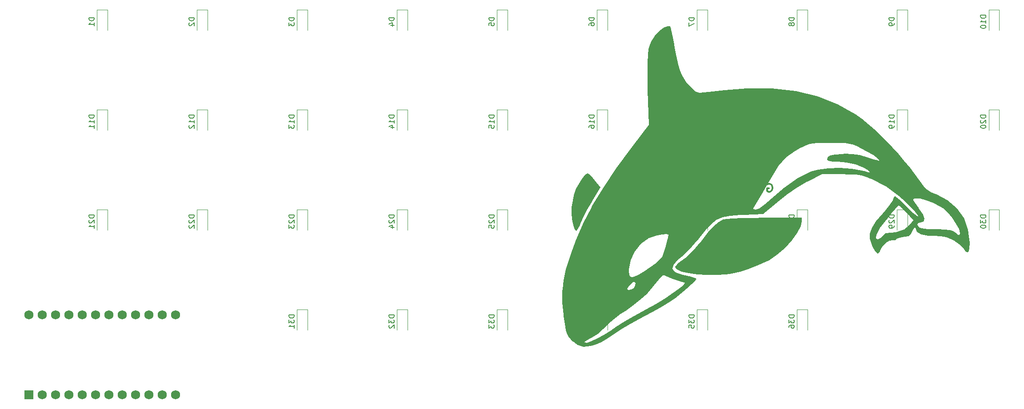
<source format=gbr>
%TF.GenerationSoftware,KiCad,Pcbnew,(5.99.0-9795-gc3c3649211)*%
%TF.CreationDate,2021-06-10T22:06:10-05:00*%
%TF.ProjectId,free10u,66726565-3130-4752-9e6b-696361645f70,rev?*%
%TF.SameCoordinates,Original*%
%TF.FileFunction,Legend,Bot*%
%TF.FilePolarity,Positive*%
%FSLAX46Y46*%
G04 Gerber Fmt 4.6, Leading zero omitted, Abs format (unit mm)*
G04 Created by KiCad (PCBNEW (5.99.0-9795-gc3c3649211)) date 2021-06-10 22:06:10*
%MOMM*%
%LPD*%
G01*
G04 APERTURE LIST*
%ADD10C,0.300000*%
%ADD11C,0.150000*%
%ADD12C,0.120000*%
%ADD13C,1.752600*%
%ADD14R,1.752600X1.752600*%
G04 APERTURE END LIST*
D10*
%TO.C,G\u002A\u002A\u002A*%
X163267571Y-93694250D02*
X163412714Y-93621678D01*
X163630428Y-93621678D01*
X163848142Y-93694250D01*
X163993285Y-93839392D01*
X164065857Y-93984535D01*
X164138428Y-94274821D01*
X164138428Y-94492535D01*
X164065857Y-94782821D01*
X163993285Y-94927964D01*
X163848142Y-95073107D01*
X163630428Y-95145678D01*
X163485285Y-95145678D01*
X163267571Y-95073107D01*
X163195000Y-95000535D01*
X163195000Y-94492535D01*
X163485285Y-94492535D01*
X162324142Y-93621678D02*
X162324142Y-93984535D01*
X162687000Y-93839392D02*
X162324142Y-93984535D01*
X161961285Y-93839392D01*
X162541857Y-94274821D02*
X162324142Y-93984535D01*
X162106428Y-94274821D01*
X161163000Y-93621678D02*
X161163000Y-93984535D01*
X161525857Y-93839392D02*
X161163000Y-93984535D01*
X160800142Y-93839392D01*
X161380714Y-94274821D02*
X161163000Y-93984535D01*
X160945285Y-94274821D01*
X160001857Y-93621678D02*
X160001857Y-93984535D01*
X160364714Y-93839392D02*
X160001857Y-93984535D01*
X159639000Y-93839392D01*
X160219571Y-94274821D02*
X160001857Y-93984535D01*
X159784142Y-94274821D01*
D11*
%TO.C,D36*%
X168314880Y-118641964D02*
X167314880Y-118641964D01*
X167314880Y-118880059D01*
X167362500Y-119022916D01*
X167457738Y-119118154D01*
X167552976Y-119165773D01*
X167743452Y-119213392D01*
X167886309Y-119213392D01*
X168076785Y-119165773D01*
X168172023Y-119118154D01*
X168267261Y-119022916D01*
X168314880Y-118880059D01*
X168314880Y-118641964D01*
X167314880Y-119546726D02*
X167314880Y-120165773D01*
X167695833Y-119832440D01*
X167695833Y-119975297D01*
X167743452Y-120070535D01*
X167791071Y-120118154D01*
X167886309Y-120165773D01*
X168124404Y-120165773D01*
X168219642Y-120118154D01*
X168267261Y-120070535D01*
X168314880Y-119975297D01*
X168314880Y-119689583D01*
X168267261Y-119594345D01*
X168219642Y-119546726D01*
X167314880Y-121022916D02*
X167314880Y-120832440D01*
X167362500Y-120737202D01*
X167410119Y-120689583D01*
X167552976Y-120594345D01*
X167743452Y-120546726D01*
X168124404Y-120546726D01*
X168219642Y-120594345D01*
X168267261Y-120641964D01*
X168314880Y-120737202D01*
X168314880Y-120927678D01*
X168267261Y-121022916D01*
X168219642Y-121070535D01*
X168124404Y-121118154D01*
X167886309Y-121118154D01*
X167791071Y-121070535D01*
X167743452Y-121022916D01*
X167695833Y-120927678D01*
X167695833Y-120737202D01*
X167743452Y-120641964D01*
X167791071Y-120594345D01*
X167886309Y-120546726D01*
%TO.C,D35*%
X149264880Y-118641964D02*
X148264880Y-118641964D01*
X148264880Y-118880059D01*
X148312500Y-119022916D01*
X148407738Y-119118154D01*
X148502976Y-119165773D01*
X148693452Y-119213392D01*
X148836309Y-119213392D01*
X149026785Y-119165773D01*
X149122023Y-119118154D01*
X149217261Y-119022916D01*
X149264880Y-118880059D01*
X149264880Y-118641964D01*
X148264880Y-119546726D02*
X148264880Y-120165773D01*
X148645833Y-119832440D01*
X148645833Y-119975297D01*
X148693452Y-120070535D01*
X148741071Y-120118154D01*
X148836309Y-120165773D01*
X149074404Y-120165773D01*
X149169642Y-120118154D01*
X149217261Y-120070535D01*
X149264880Y-119975297D01*
X149264880Y-119689583D01*
X149217261Y-119594345D01*
X149169642Y-119546726D01*
X148264880Y-121070535D02*
X148264880Y-120594345D01*
X148741071Y-120546726D01*
X148693452Y-120594345D01*
X148645833Y-120689583D01*
X148645833Y-120927678D01*
X148693452Y-121022916D01*
X148741071Y-121070535D01*
X148836309Y-121118154D01*
X149074404Y-121118154D01*
X149169642Y-121070535D01*
X149217261Y-121022916D01*
X149264880Y-120927678D01*
X149264880Y-120689583D01*
X149217261Y-120594345D01*
X149169642Y-120546726D01*
%TO.C,D34*%
X130214880Y-118641964D02*
X129214880Y-118641964D01*
X129214880Y-118880059D01*
X129262500Y-119022916D01*
X129357738Y-119118154D01*
X129452976Y-119165773D01*
X129643452Y-119213392D01*
X129786309Y-119213392D01*
X129976785Y-119165773D01*
X130072023Y-119118154D01*
X130167261Y-119022916D01*
X130214880Y-118880059D01*
X130214880Y-118641964D01*
X129214880Y-119546726D02*
X129214880Y-120165773D01*
X129595833Y-119832440D01*
X129595833Y-119975297D01*
X129643452Y-120070535D01*
X129691071Y-120118154D01*
X129786309Y-120165773D01*
X130024404Y-120165773D01*
X130119642Y-120118154D01*
X130167261Y-120070535D01*
X130214880Y-119975297D01*
X130214880Y-119689583D01*
X130167261Y-119594345D01*
X130119642Y-119546726D01*
X129548214Y-121022916D02*
X130214880Y-121022916D01*
X129167261Y-120784821D02*
X129881547Y-120546726D01*
X129881547Y-121165773D01*
%TO.C,D33*%
X111164880Y-118641964D02*
X110164880Y-118641964D01*
X110164880Y-118880059D01*
X110212500Y-119022916D01*
X110307738Y-119118154D01*
X110402976Y-119165773D01*
X110593452Y-119213392D01*
X110736309Y-119213392D01*
X110926785Y-119165773D01*
X111022023Y-119118154D01*
X111117261Y-119022916D01*
X111164880Y-118880059D01*
X111164880Y-118641964D01*
X110164880Y-119546726D02*
X110164880Y-120165773D01*
X110545833Y-119832440D01*
X110545833Y-119975297D01*
X110593452Y-120070535D01*
X110641071Y-120118154D01*
X110736309Y-120165773D01*
X110974404Y-120165773D01*
X111069642Y-120118154D01*
X111117261Y-120070535D01*
X111164880Y-119975297D01*
X111164880Y-119689583D01*
X111117261Y-119594345D01*
X111069642Y-119546726D01*
X110164880Y-120499107D02*
X110164880Y-121118154D01*
X110545833Y-120784821D01*
X110545833Y-120927678D01*
X110593452Y-121022916D01*
X110641071Y-121070535D01*
X110736309Y-121118154D01*
X110974404Y-121118154D01*
X111069642Y-121070535D01*
X111117261Y-121022916D01*
X111164880Y-120927678D01*
X111164880Y-120641964D01*
X111117261Y-120546726D01*
X111069642Y-120499107D01*
%TO.C,D32*%
X92114880Y-118641964D02*
X91114880Y-118641964D01*
X91114880Y-118880059D01*
X91162500Y-119022916D01*
X91257738Y-119118154D01*
X91352976Y-119165773D01*
X91543452Y-119213392D01*
X91686309Y-119213392D01*
X91876785Y-119165773D01*
X91972023Y-119118154D01*
X92067261Y-119022916D01*
X92114880Y-118880059D01*
X92114880Y-118641964D01*
X91114880Y-119546726D02*
X91114880Y-120165773D01*
X91495833Y-119832440D01*
X91495833Y-119975297D01*
X91543452Y-120070535D01*
X91591071Y-120118154D01*
X91686309Y-120165773D01*
X91924404Y-120165773D01*
X92019642Y-120118154D01*
X92067261Y-120070535D01*
X92114880Y-119975297D01*
X92114880Y-119689583D01*
X92067261Y-119594345D01*
X92019642Y-119546726D01*
X91210119Y-120546726D02*
X91162500Y-120594345D01*
X91114880Y-120689583D01*
X91114880Y-120927678D01*
X91162500Y-121022916D01*
X91210119Y-121070535D01*
X91305357Y-121118154D01*
X91400595Y-121118154D01*
X91543452Y-121070535D01*
X92114880Y-120499107D01*
X92114880Y-121118154D01*
%TO.C,D31*%
X73064880Y-118641964D02*
X72064880Y-118641964D01*
X72064880Y-118880059D01*
X72112500Y-119022916D01*
X72207738Y-119118154D01*
X72302976Y-119165773D01*
X72493452Y-119213392D01*
X72636309Y-119213392D01*
X72826785Y-119165773D01*
X72922023Y-119118154D01*
X73017261Y-119022916D01*
X73064880Y-118880059D01*
X73064880Y-118641964D01*
X72064880Y-119546726D02*
X72064880Y-120165773D01*
X72445833Y-119832440D01*
X72445833Y-119975297D01*
X72493452Y-120070535D01*
X72541071Y-120118154D01*
X72636309Y-120165773D01*
X72874404Y-120165773D01*
X72969642Y-120118154D01*
X73017261Y-120070535D01*
X73064880Y-119975297D01*
X73064880Y-119689583D01*
X73017261Y-119594345D01*
X72969642Y-119546726D01*
X73064880Y-121118154D02*
X73064880Y-120546726D01*
X73064880Y-120832440D02*
X72064880Y-120832440D01*
X72207738Y-120737202D01*
X72302976Y-120641964D01*
X72350595Y-120546726D01*
%TO.C,D30*%
X204827380Y-99591964D02*
X203827380Y-99591964D01*
X203827380Y-99830059D01*
X203875000Y-99972916D01*
X203970238Y-100068154D01*
X204065476Y-100115773D01*
X204255952Y-100163392D01*
X204398809Y-100163392D01*
X204589285Y-100115773D01*
X204684523Y-100068154D01*
X204779761Y-99972916D01*
X204827380Y-99830059D01*
X204827380Y-99591964D01*
X203827380Y-100496726D02*
X203827380Y-101115773D01*
X204208333Y-100782440D01*
X204208333Y-100925297D01*
X204255952Y-101020535D01*
X204303571Y-101068154D01*
X204398809Y-101115773D01*
X204636904Y-101115773D01*
X204732142Y-101068154D01*
X204779761Y-101020535D01*
X204827380Y-100925297D01*
X204827380Y-100639583D01*
X204779761Y-100544345D01*
X204732142Y-100496726D01*
X203827380Y-101734821D02*
X203827380Y-101830059D01*
X203875000Y-101925297D01*
X203922619Y-101972916D01*
X204017857Y-102020535D01*
X204208333Y-102068154D01*
X204446428Y-102068154D01*
X204636904Y-102020535D01*
X204732142Y-101972916D01*
X204779761Y-101925297D01*
X204827380Y-101830059D01*
X204827380Y-101734821D01*
X204779761Y-101639583D01*
X204732142Y-101591964D01*
X204636904Y-101544345D01*
X204446428Y-101496726D01*
X204208333Y-101496726D01*
X204017857Y-101544345D01*
X203922619Y-101591964D01*
X203875000Y-101639583D01*
X203827380Y-101734821D01*
%TO.C,D29*%
X187364880Y-99591964D02*
X186364880Y-99591964D01*
X186364880Y-99830059D01*
X186412500Y-99972916D01*
X186507738Y-100068154D01*
X186602976Y-100115773D01*
X186793452Y-100163392D01*
X186936309Y-100163392D01*
X187126785Y-100115773D01*
X187222023Y-100068154D01*
X187317261Y-99972916D01*
X187364880Y-99830059D01*
X187364880Y-99591964D01*
X186460119Y-100544345D02*
X186412500Y-100591964D01*
X186364880Y-100687202D01*
X186364880Y-100925297D01*
X186412500Y-101020535D01*
X186460119Y-101068154D01*
X186555357Y-101115773D01*
X186650595Y-101115773D01*
X186793452Y-101068154D01*
X187364880Y-100496726D01*
X187364880Y-101115773D01*
X187364880Y-101591964D02*
X187364880Y-101782440D01*
X187317261Y-101877678D01*
X187269642Y-101925297D01*
X187126785Y-102020535D01*
X186936309Y-102068154D01*
X186555357Y-102068154D01*
X186460119Y-102020535D01*
X186412500Y-101972916D01*
X186364880Y-101877678D01*
X186364880Y-101687202D01*
X186412500Y-101591964D01*
X186460119Y-101544345D01*
X186555357Y-101496726D01*
X186793452Y-101496726D01*
X186888690Y-101544345D01*
X186936309Y-101591964D01*
X186983928Y-101687202D01*
X186983928Y-101877678D01*
X186936309Y-101972916D01*
X186888690Y-102020535D01*
X186793452Y-102068154D01*
%TO.C,D28*%
X168314880Y-99591964D02*
X167314880Y-99591964D01*
X167314880Y-99830059D01*
X167362500Y-99972916D01*
X167457738Y-100068154D01*
X167552976Y-100115773D01*
X167743452Y-100163392D01*
X167886309Y-100163392D01*
X168076785Y-100115773D01*
X168172023Y-100068154D01*
X168267261Y-99972916D01*
X168314880Y-99830059D01*
X168314880Y-99591964D01*
X167410119Y-100544345D02*
X167362500Y-100591964D01*
X167314880Y-100687202D01*
X167314880Y-100925297D01*
X167362500Y-101020535D01*
X167410119Y-101068154D01*
X167505357Y-101115773D01*
X167600595Y-101115773D01*
X167743452Y-101068154D01*
X168314880Y-100496726D01*
X168314880Y-101115773D01*
X167743452Y-101687202D02*
X167695833Y-101591964D01*
X167648214Y-101544345D01*
X167552976Y-101496726D01*
X167505357Y-101496726D01*
X167410119Y-101544345D01*
X167362500Y-101591964D01*
X167314880Y-101687202D01*
X167314880Y-101877678D01*
X167362500Y-101972916D01*
X167410119Y-102020535D01*
X167505357Y-102068154D01*
X167552976Y-102068154D01*
X167648214Y-102020535D01*
X167695833Y-101972916D01*
X167743452Y-101877678D01*
X167743452Y-101687202D01*
X167791071Y-101591964D01*
X167838690Y-101544345D01*
X167933928Y-101496726D01*
X168124404Y-101496726D01*
X168219642Y-101544345D01*
X168267261Y-101591964D01*
X168314880Y-101687202D01*
X168314880Y-101877678D01*
X168267261Y-101972916D01*
X168219642Y-102020535D01*
X168124404Y-102068154D01*
X167933928Y-102068154D01*
X167838690Y-102020535D01*
X167791071Y-101972916D01*
X167743452Y-101877678D01*
%TO.C,D27*%
X149264880Y-99591964D02*
X148264880Y-99591964D01*
X148264880Y-99830059D01*
X148312500Y-99972916D01*
X148407738Y-100068154D01*
X148502976Y-100115773D01*
X148693452Y-100163392D01*
X148836309Y-100163392D01*
X149026785Y-100115773D01*
X149122023Y-100068154D01*
X149217261Y-99972916D01*
X149264880Y-99830059D01*
X149264880Y-99591964D01*
X148360119Y-100544345D02*
X148312500Y-100591964D01*
X148264880Y-100687202D01*
X148264880Y-100925297D01*
X148312500Y-101020535D01*
X148360119Y-101068154D01*
X148455357Y-101115773D01*
X148550595Y-101115773D01*
X148693452Y-101068154D01*
X149264880Y-100496726D01*
X149264880Y-101115773D01*
X148264880Y-101449107D02*
X148264880Y-102115773D01*
X149264880Y-101687202D01*
%TO.C,D26*%
X130214880Y-99591964D02*
X129214880Y-99591964D01*
X129214880Y-99830059D01*
X129262500Y-99972916D01*
X129357738Y-100068154D01*
X129452976Y-100115773D01*
X129643452Y-100163392D01*
X129786309Y-100163392D01*
X129976785Y-100115773D01*
X130072023Y-100068154D01*
X130167261Y-99972916D01*
X130214880Y-99830059D01*
X130214880Y-99591964D01*
X129310119Y-100544345D02*
X129262500Y-100591964D01*
X129214880Y-100687202D01*
X129214880Y-100925297D01*
X129262500Y-101020535D01*
X129310119Y-101068154D01*
X129405357Y-101115773D01*
X129500595Y-101115773D01*
X129643452Y-101068154D01*
X130214880Y-100496726D01*
X130214880Y-101115773D01*
X129214880Y-101972916D02*
X129214880Y-101782440D01*
X129262500Y-101687202D01*
X129310119Y-101639583D01*
X129452976Y-101544345D01*
X129643452Y-101496726D01*
X130024404Y-101496726D01*
X130119642Y-101544345D01*
X130167261Y-101591964D01*
X130214880Y-101687202D01*
X130214880Y-101877678D01*
X130167261Y-101972916D01*
X130119642Y-102020535D01*
X130024404Y-102068154D01*
X129786309Y-102068154D01*
X129691071Y-102020535D01*
X129643452Y-101972916D01*
X129595833Y-101877678D01*
X129595833Y-101687202D01*
X129643452Y-101591964D01*
X129691071Y-101544345D01*
X129786309Y-101496726D01*
%TO.C,D25*%
X111164880Y-99591964D02*
X110164880Y-99591964D01*
X110164880Y-99830059D01*
X110212500Y-99972916D01*
X110307738Y-100068154D01*
X110402976Y-100115773D01*
X110593452Y-100163392D01*
X110736309Y-100163392D01*
X110926785Y-100115773D01*
X111022023Y-100068154D01*
X111117261Y-99972916D01*
X111164880Y-99830059D01*
X111164880Y-99591964D01*
X110260119Y-100544345D02*
X110212500Y-100591964D01*
X110164880Y-100687202D01*
X110164880Y-100925297D01*
X110212500Y-101020535D01*
X110260119Y-101068154D01*
X110355357Y-101115773D01*
X110450595Y-101115773D01*
X110593452Y-101068154D01*
X111164880Y-100496726D01*
X111164880Y-101115773D01*
X110164880Y-102020535D02*
X110164880Y-101544345D01*
X110641071Y-101496726D01*
X110593452Y-101544345D01*
X110545833Y-101639583D01*
X110545833Y-101877678D01*
X110593452Y-101972916D01*
X110641071Y-102020535D01*
X110736309Y-102068154D01*
X110974404Y-102068154D01*
X111069642Y-102020535D01*
X111117261Y-101972916D01*
X111164880Y-101877678D01*
X111164880Y-101639583D01*
X111117261Y-101544345D01*
X111069642Y-101496726D01*
%TO.C,D24*%
X92114880Y-99591964D02*
X91114880Y-99591964D01*
X91114880Y-99830059D01*
X91162500Y-99972916D01*
X91257738Y-100068154D01*
X91352976Y-100115773D01*
X91543452Y-100163392D01*
X91686309Y-100163392D01*
X91876785Y-100115773D01*
X91972023Y-100068154D01*
X92067261Y-99972916D01*
X92114880Y-99830059D01*
X92114880Y-99591964D01*
X91210119Y-100544345D02*
X91162500Y-100591964D01*
X91114880Y-100687202D01*
X91114880Y-100925297D01*
X91162500Y-101020535D01*
X91210119Y-101068154D01*
X91305357Y-101115773D01*
X91400595Y-101115773D01*
X91543452Y-101068154D01*
X92114880Y-100496726D01*
X92114880Y-101115773D01*
X91448214Y-101972916D02*
X92114880Y-101972916D01*
X91067261Y-101734821D02*
X91781547Y-101496726D01*
X91781547Y-102115773D01*
%TO.C,D23*%
X73064880Y-99591964D02*
X72064880Y-99591964D01*
X72064880Y-99830059D01*
X72112500Y-99972916D01*
X72207738Y-100068154D01*
X72302976Y-100115773D01*
X72493452Y-100163392D01*
X72636309Y-100163392D01*
X72826785Y-100115773D01*
X72922023Y-100068154D01*
X73017261Y-99972916D01*
X73064880Y-99830059D01*
X73064880Y-99591964D01*
X72160119Y-100544345D02*
X72112500Y-100591964D01*
X72064880Y-100687202D01*
X72064880Y-100925297D01*
X72112500Y-101020535D01*
X72160119Y-101068154D01*
X72255357Y-101115773D01*
X72350595Y-101115773D01*
X72493452Y-101068154D01*
X73064880Y-100496726D01*
X73064880Y-101115773D01*
X72064880Y-101449107D02*
X72064880Y-102068154D01*
X72445833Y-101734821D01*
X72445833Y-101877678D01*
X72493452Y-101972916D01*
X72541071Y-102020535D01*
X72636309Y-102068154D01*
X72874404Y-102068154D01*
X72969642Y-102020535D01*
X73017261Y-101972916D01*
X73064880Y-101877678D01*
X73064880Y-101591964D01*
X73017261Y-101496726D01*
X72969642Y-101449107D01*
%TO.C,D22*%
X54014880Y-99591964D02*
X53014880Y-99591964D01*
X53014880Y-99830059D01*
X53062500Y-99972916D01*
X53157738Y-100068154D01*
X53252976Y-100115773D01*
X53443452Y-100163392D01*
X53586309Y-100163392D01*
X53776785Y-100115773D01*
X53872023Y-100068154D01*
X53967261Y-99972916D01*
X54014880Y-99830059D01*
X54014880Y-99591964D01*
X53110119Y-100544345D02*
X53062500Y-100591964D01*
X53014880Y-100687202D01*
X53014880Y-100925297D01*
X53062500Y-101020535D01*
X53110119Y-101068154D01*
X53205357Y-101115773D01*
X53300595Y-101115773D01*
X53443452Y-101068154D01*
X54014880Y-100496726D01*
X54014880Y-101115773D01*
X53110119Y-101496726D02*
X53062500Y-101544345D01*
X53014880Y-101639583D01*
X53014880Y-101877678D01*
X53062500Y-101972916D01*
X53110119Y-102020535D01*
X53205357Y-102068154D01*
X53300595Y-102068154D01*
X53443452Y-102020535D01*
X54014880Y-101449107D01*
X54014880Y-102068154D01*
%TO.C,D21*%
X34964880Y-99591964D02*
X33964880Y-99591964D01*
X33964880Y-99830059D01*
X34012500Y-99972916D01*
X34107738Y-100068154D01*
X34202976Y-100115773D01*
X34393452Y-100163392D01*
X34536309Y-100163392D01*
X34726785Y-100115773D01*
X34822023Y-100068154D01*
X34917261Y-99972916D01*
X34964880Y-99830059D01*
X34964880Y-99591964D01*
X34060119Y-100544345D02*
X34012500Y-100591964D01*
X33964880Y-100687202D01*
X33964880Y-100925297D01*
X34012500Y-101020535D01*
X34060119Y-101068154D01*
X34155357Y-101115773D01*
X34250595Y-101115773D01*
X34393452Y-101068154D01*
X34964880Y-100496726D01*
X34964880Y-101115773D01*
X34964880Y-102068154D02*
X34964880Y-101496726D01*
X34964880Y-101782440D02*
X33964880Y-101782440D01*
X34107738Y-101687202D01*
X34202976Y-101591964D01*
X34250595Y-101496726D01*
%TO.C,D20*%
X204827380Y-80541964D02*
X203827380Y-80541964D01*
X203827380Y-80780059D01*
X203875000Y-80922916D01*
X203970238Y-81018154D01*
X204065476Y-81065773D01*
X204255952Y-81113392D01*
X204398809Y-81113392D01*
X204589285Y-81065773D01*
X204684523Y-81018154D01*
X204779761Y-80922916D01*
X204827380Y-80780059D01*
X204827380Y-80541964D01*
X203922619Y-81494345D02*
X203875000Y-81541964D01*
X203827380Y-81637202D01*
X203827380Y-81875297D01*
X203875000Y-81970535D01*
X203922619Y-82018154D01*
X204017857Y-82065773D01*
X204113095Y-82065773D01*
X204255952Y-82018154D01*
X204827380Y-81446726D01*
X204827380Y-82065773D01*
X203827380Y-82684821D02*
X203827380Y-82780059D01*
X203875000Y-82875297D01*
X203922619Y-82922916D01*
X204017857Y-82970535D01*
X204208333Y-83018154D01*
X204446428Y-83018154D01*
X204636904Y-82970535D01*
X204732142Y-82922916D01*
X204779761Y-82875297D01*
X204827380Y-82780059D01*
X204827380Y-82684821D01*
X204779761Y-82589583D01*
X204732142Y-82541964D01*
X204636904Y-82494345D01*
X204446428Y-82446726D01*
X204208333Y-82446726D01*
X204017857Y-82494345D01*
X203922619Y-82541964D01*
X203875000Y-82589583D01*
X203827380Y-82684821D01*
%TO.C,D19*%
X187364880Y-80541964D02*
X186364880Y-80541964D01*
X186364880Y-80780059D01*
X186412500Y-80922916D01*
X186507738Y-81018154D01*
X186602976Y-81065773D01*
X186793452Y-81113392D01*
X186936309Y-81113392D01*
X187126785Y-81065773D01*
X187222023Y-81018154D01*
X187317261Y-80922916D01*
X187364880Y-80780059D01*
X187364880Y-80541964D01*
X187364880Y-82065773D02*
X187364880Y-81494345D01*
X187364880Y-81780059D02*
X186364880Y-81780059D01*
X186507738Y-81684821D01*
X186602976Y-81589583D01*
X186650595Y-81494345D01*
X187364880Y-82541964D02*
X187364880Y-82732440D01*
X187317261Y-82827678D01*
X187269642Y-82875297D01*
X187126785Y-82970535D01*
X186936309Y-83018154D01*
X186555357Y-83018154D01*
X186460119Y-82970535D01*
X186412500Y-82922916D01*
X186364880Y-82827678D01*
X186364880Y-82637202D01*
X186412500Y-82541964D01*
X186460119Y-82494345D01*
X186555357Y-82446726D01*
X186793452Y-82446726D01*
X186888690Y-82494345D01*
X186936309Y-82541964D01*
X186983928Y-82637202D01*
X186983928Y-82827678D01*
X186936309Y-82922916D01*
X186888690Y-82970535D01*
X186793452Y-83018154D01*
%TO.C,D18*%
X168314880Y-80541964D02*
X167314880Y-80541964D01*
X167314880Y-80780059D01*
X167362500Y-80922916D01*
X167457738Y-81018154D01*
X167552976Y-81065773D01*
X167743452Y-81113392D01*
X167886309Y-81113392D01*
X168076785Y-81065773D01*
X168172023Y-81018154D01*
X168267261Y-80922916D01*
X168314880Y-80780059D01*
X168314880Y-80541964D01*
X168314880Y-82065773D02*
X168314880Y-81494345D01*
X168314880Y-81780059D02*
X167314880Y-81780059D01*
X167457738Y-81684821D01*
X167552976Y-81589583D01*
X167600595Y-81494345D01*
X167743452Y-82637202D02*
X167695833Y-82541964D01*
X167648214Y-82494345D01*
X167552976Y-82446726D01*
X167505357Y-82446726D01*
X167410119Y-82494345D01*
X167362500Y-82541964D01*
X167314880Y-82637202D01*
X167314880Y-82827678D01*
X167362500Y-82922916D01*
X167410119Y-82970535D01*
X167505357Y-83018154D01*
X167552976Y-83018154D01*
X167648214Y-82970535D01*
X167695833Y-82922916D01*
X167743452Y-82827678D01*
X167743452Y-82637202D01*
X167791071Y-82541964D01*
X167838690Y-82494345D01*
X167933928Y-82446726D01*
X168124404Y-82446726D01*
X168219642Y-82494345D01*
X168267261Y-82541964D01*
X168314880Y-82637202D01*
X168314880Y-82827678D01*
X168267261Y-82922916D01*
X168219642Y-82970535D01*
X168124404Y-83018154D01*
X167933928Y-83018154D01*
X167838690Y-82970535D01*
X167791071Y-82922916D01*
X167743452Y-82827678D01*
%TO.C,D17*%
X149264880Y-80541964D02*
X148264880Y-80541964D01*
X148264880Y-80780059D01*
X148312500Y-80922916D01*
X148407738Y-81018154D01*
X148502976Y-81065773D01*
X148693452Y-81113392D01*
X148836309Y-81113392D01*
X149026785Y-81065773D01*
X149122023Y-81018154D01*
X149217261Y-80922916D01*
X149264880Y-80780059D01*
X149264880Y-80541964D01*
X149264880Y-82065773D02*
X149264880Y-81494345D01*
X149264880Y-81780059D02*
X148264880Y-81780059D01*
X148407738Y-81684821D01*
X148502976Y-81589583D01*
X148550595Y-81494345D01*
X148264880Y-82399107D02*
X148264880Y-83065773D01*
X149264880Y-82637202D01*
%TO.C,D16*%
X130214880Y-80541964D02*
X129214880Y-80541964D01*
X129214880Y-80780059D01*
X129262500Y-80922916D01*
X129357738Y-81018154D01*
X129452976Y-81065773D01*
X129643452Y-81113392D01*
X129786309Y-81113392D01*
X129976785Y-81065773D01*
X130072023Y-81018154D01*
X130167261Y-80922916D01*
X130214880Y-80780059D01*
X130214880Y-80541964D01*
X130214880Y-82065773D02*
X130214880Y-81494345D01*
X130214880Y-81780059D02*
X129214880Y-81780059D01*
X129357738Y-81684821D01*
X129452976Y-81589583D01*
X129500595Y-81494345D01*
X129214880Y-82922916D02*
X129214880Y-82732440D01*
X129262500Y-82637202D01*
X129310119Y-82589583D01*
X129452976Y-82494345D01*
X129643452Y-82446726D01*
X130024404Y-82446726D01*
X130119642Y-82494345D01*
X130167261Y-82541964D01*
X130214880Y-82637202D01*
X130214880Y-82827678D01*
X130167261Y-82922916D01*
X130119642Y-82970535D01*
X130024404Y-83018154D01*
X129786309Y-83018154D01*
X129691071Y-82970535D01*
X129643452Y-82922916D01*
X129595833Y-82827678D01*
X129595833Y-82637202D01*
X129643452Y-82541964D01*
X129691071Y-82494345D01*
X129786309Y-82446726D01*
%TO.C,D15*%
X111164880Y-80541964D02*
X110164880Y-80541964D01*
X110164880Y-80780059D01*
X110212500Y-80922916D01*
X110307738Y-81018154D01*
X110402976Y-81065773D01*
X110593452Y-81113392D01*
X110736309Y-81113392D01*
X110926785Y-81065773D01*
X111022023Y-81018154D01*
X111117261Y-80922916D01*
X111164880Y-80780059D01*
X111164880Y-80541964D01*
X111164880Y-82065773D02*
X111164880Y-81494345D01*
X111164880Y-81780059D02*
X110164880Y-81780059D01*
X110307738Y-81684821D01*
X110402976Y-81589583D01*
X110450595Y-81494345D01*
X110164880Y-82970535D02*
X110164880Y-82494345D01*
X110641071Y-82446726D01*
X110593452Y-82494345D01*
X110545833Y-82589583D01*
X110545833Y-82827678D01*
X110593452Y-82922916D01*
X110641071Y-82970535D01*
X110736309Y-83018154D01*
X110974404Y-83018154D01*
X111069642Y-82970535D01*
X111117261Y-82922916D01*
X111164880Y-82827678D01*
X111164880Y-82589583D01*
X111117261Y-82494345D01*
X111069642Y-82446726D01*
%TO.C,D14*%
X92114880Y-80541964D02*
X91114880Y-80541964D01*
X91114880Y-80780059D01*
X91162500Y-80922916D01*
X91257738Y-81018154D01*
X91352976Y-81065773D01*
X91543452Y-81113392D01*
X91686309Y-81113392D01*
X91876785Y-81065773D01*
X91972023Y-81018154D01*
X92067261Y-80922916D01*
X92114880Y-80780059D01*
X92114880Y-80541964D01*
X92114880Y-82065773D02*
X92114880Y-81494345D01*
X92114880Y-81780059D02*
X91114880Y-81780059D01*
X91257738Y-81684821D01*
X91352976Y-81589583D01*
X91400595Y-81494345D01*
X91448214Y-82922916D02*
X92114880Y-82922916D01*
X91067261Y-82684821D02*
X91781547Y-82446726D01*
X91781547Y-83065773D01*
%TO.C,D13*%
X73064880Y-80541964D02*
X72064880Y-80541964D01*
X72064880Y-80780059D01*
X72112500Y-80922916D01*
X72207738Y-81018154D01*
X72302976Y-81065773D01*
X72493452Y-81113392D01*
X72636309Y-81113392D01*
X72826785Y-81065773D01*
X72922023Y-81018154D01*
X73017261Y-80922916D01*
X73064880Y-80780059D01*
X73064880Y-80541964D01*
X73064880Y-82065773D02*
X73064880Y-81494345D01*
X73064880Y-81780059D02*
X72064880Y-81780059D01*
X72207738Y-81684821D01*
X72302976Y-81589583D01*
X72350595Y-81494345D01*
X72064880Y-82399107D02*
X72064880Y-83018154D01*
X72445833Y-82684821D01*
X72445833Y-82827678D01*
X72493452Y-82922916D01*
X72541071Y-82970535D01*
X72636309Y-83018154D01*
X72874404Y-83018154D01*
X72969642Y-82970535D01*
X73017261Y-82922916D01*
X73064880Y-82827678D01*
X73064880Y-82541964D01*
X73017261Y-82446726D01*
X72969642Y-82399107D01*
%TO.C,D12*%
X54014880Y-80541964D02*
X53014880Y-80541964D01*
X53014880Y-80780059D01*
X53062500Y-80922916D01*
X53157738Y-81018154D01*
X53252976Y-81065773D01*
X53443452Y-81113392D01*
X53586309Y-81113392D01*
X53776785Y-81065773D01*
X53872023Y-81018154D01*
X53967261Y-80922916D01*
X54014880Y-80780059D01*
X54014880Y-80541964D01*
X54014880Y-82065773D02*
X54014880Y-81494345D01*
X54014880Y-81780059D02*
X53014880Y-81780059D01*
X53157738Y-81684821D01*
X53252976Y-81589583D01*
X53300595Y-81494345D01*
X53110119Y-82446726D02*
X53062500Y-82494345D01*
X53014880Y-82589583D01*
X53014880Y-82827678D01*
X53062500Y-82922916D01*
X53110119Y-82970535D01*
X53205357Y-83018154D01*
X53300595Y-83018154D01*
X53443452Y-82970535D01*
X54014880Y-82399107D01*
X54014880Y-83018154D01*
%TO.C,D11*%
X34964880Y-80541964D02*
X33964880Y-80541964D01*
X33964880Y-80780059D01*
X34012500Y-80922916D01*
X34107738Y-81018154D01*
X34202976Y-81065773D01*
X34393452Y-81113392D01*
X34536309Y-81113392D01*
X34726785Y-81065773D01*
X34822023Y-81018154D01*
X34917261Y-80922916D01*
X34964880Y-80780059D01*
X34964880Y-80541964D01*
X34964880Y-82065773D02*
X34964880Y-81494345D01*
X34964880Y-81780059D02*
X33964880Y-81780059D01*
X34107738Y-81684821D01*
X34202976Y-81589583D01*
X34250595Y-81494345D01*
X34964880Y-83018154D02*
X34964880Y-82446726D01*
X34964880Y-82732440D02*
X33964880Y-82732440D01*
X34107738Y-82637202D01*
X34202976Y-82541964D01*
X34250595Y-82446726D01*
%TO.C,D10*%
X204827380Y-61491964D02*
X203827380Y-61491964D01*
X203827380Y-61730059D01*
X203875000Y-61872916D01*
X203970238Y-61968154D01*
X204065476Y-62015773D01*
X204255952Y-62063392D01*
X204398809Y-62063392D01*
X204589285Y-62015773D01*
X204684523Y-61968154D01*
X204779761Y-61872916D01*
X204827380Y-61730059D01*
X204827380Y-61491964D01*
X204827380Y-63015773D02*
X204827380Y-62444345D01*
X204827380Y-62730059D02*
X203827380Y-62730059D01*
X203970238Y-62634821D01*
X204065476Y-62539583D01*
X204113095Y-62444345D01*
X203827380Y-63634821D02*
X203827380Y-63730059D01*
X203875000Y-63825297D01*
X203922619Y-63872916D01*
X204017857Y-63920535D01*
X204208333Y-63968154D01*
X204446428Y-63968154D01*
X204636904Y-63920535D01*
X204732142Y-63872916D01*
X204779761Y-63825297D01*
X204827380Y-63730059D01*
X204827380Y-63634821D01*
X204779761Y-63539583D01*
X204732142Y-63491964D01*
X204636904Y-63444345D01*
X204446428Y-63396726D01*
X204208333Y-63396726D01*
X204017857Y-63444345D01*
X203922619Y-63491964D01*
X203875000Y-63539583D01*
X203827380Y-63634821D01*
%TO.C,D9*%
X187364880Y-61968154D02*
X186364880Y-61968154D01*
X186364880Y-62206250D01*
X186412500Y-62349107D01*
X186507738Y-62444345D01*
X186602976Y-62491964D01*
X186793452Y-62539583D01*
X186936309Y-62539583D01*
X187126785Y-62491964D01*
X187222023Y-62444345D01*
X187317261Y-62349107D01*
X187364880Y-62206250D01*
X187364880Y-61968154D01*
X187364880Y-63015773D02*
X187364880Y-63206250D01*
X187317261Y-63301488D01*
X187269642Y-63349107D01*
X187126785Y-63444345D01*
X186936309Y-63491964D01*
X186555357Y-63491964D01*
X186460119Y-63444345D01*
X186412500Y-63396726D01*
X186364880Y-63301488D01*
X186364880Y-63111011D01*
X186412500Y-63015773D01*
X186460119Y-62968154D01*
X186555357Y-62920535D01*
X186793452Y-62920535D01*
X186888690Y-62968154D01*
X186936309Y-63015773D01*
X186983928Y-63111011D01*
X186983928Y-63301488D01*
X186936309Y-63396726D01*
X186888690Y-63444345D01*
X186793452Y-63491964D01*
%TO.C,D8*%
X168314880Y-61968154D02*
X167314880Y-61968154D01*
X167314880Y-62206250D01*
X167362500Y-62349107D01*
X167457738Y-62444345D01*
X167552976Y-62491964D01*
X167743452Y-62539583D01*
X167886309Y-62539583D01*
X168076785Y-62491964D01*
X168172023Y-62444345D01*
X168267261Y-62349107D01*
X168314880Y-62206250D01*
X168314880Y-61968154D01*
X167743452Y-63111011D02*
X167695833Y-63015773D01*
X167648214Y-62968154D01*
X167552976Y-62920535D01*
X167505357Y-62920535D01*
X167410119Y-62968154D01*
X167362500Y-63015773D01*
X167314880Y-63111011D01*
X167314880Y-63301488D01*
X167362500Y-63396726D01*
X167410119Y-63444345D01*
X167505357Y-63491964D01*
X167552976Y-63491964D01*
X167648214Y-63444345D01*
X167695833Y-63396726D01*
X167743452Y-63301488D01*
X167743452Y-63111011D01*
X167791071Y-63015773D01*
X167838690Y-62968154D01*
X167933928Y-62920535D01*
X168124404Y-62920535D01*
X168219642Y-62968154D01*
X168267261Y-63015773D01*
X168314880Y-63111011D01*
X168314880Y-63301488D01*
X168267261Y-63396726D01*
X168219642Y-63444345D01*
X168124404Y-63491964D01*
X167933928Y-63491964D01*
X167838690Y-63444345D01*
X167791071Y-63396726D01*
X167743452Y-63301488D01*
%TO.C,D7*%
X149264880Y-61968154D02*
X148264880Y-61968154D01*
X148264880Y-62206250D01*
X148312500Y-62349107D01*
X148407738Y-62444345D01*
X148502976Y-62491964D01*
X148693452Y-62539583D01*
X148836309Y-62539583D01*
X149026785Y-62491964D01*
X149122023Y-62444345D01*
X149217261Y-62349107D01*
X149264880Y-62206250D01*
X149264880Y-61968154D01*
X148264880Y-62872916D02*
X148264880Y-63539583D01*
X149264880Y-63111011D01*
%TO.C,D6*%
X130214880Y-61968154D02*
X129214880Y-61968154D01*
X129214880Y-62206250D01*
X129262500Y-62349107D01*
X129357738Y-62444345D01*
X129452976Y-62491964D01*
X129643452Y-62539583D01*
X129786309Y-62539583D01*
X129976785Y-62491964D01*
X130072023Y-62444345D01*
X130167261Y-62349107D01*
X130214880Y-62206250D01*
X130214880Y-61968154D01*
X129214880Y-63396726D02*
X129214880Y-63206250D01*
X129262500Y-63111011D01*
X129310119Y-63063392D01*
X129452976Y-62968154D01*
X129643452Y-62920535D01*
X130024404Y-62920535D01*
X130119642Y-62968154D01*
X130167261Y-63015773D01*
X130214880Y-63111011D01*
X130214880Y-63301488D01*
X130167261Y-63396726D01*
X130119642Y-63444345D01*
X130024404Y-63491964D01*
X129786309Y-63491964D01*
X129691071Y-63444345D01*
X129643452Y-63396726D01*
X129595833Y-63301488D01*
X129595833Y-63111011D01*
X129643452Y-63015773D01*
X129691071Y-62968154D01*
X129786309Y-62920535D01*
%TO.C,D5*%
X111164880Y-61968154D02*
X110164880Y-61968154D01*
X110164880Y-62206250D01*
X110212500Y-62349107D01*
X110307738Y-62444345D01*
X110402976Y-62491964D01*
X110593452Y-62539583D01*
X110736309Y-62539583D01*
X110926785Y-62491964D01*
X111022023Y-62444345D01*
X111117261Y-62349107D01*
X111164880Y-62206250D01*
X111164880Y-61968154D01*
X110164880Y-63444345D02*
X110164880Y-62968154D01*
X110641071Y-62920535D01*
X110593452Y-62968154D01*
X110545833Y-63063392D01*
X110545833Y-63301488D01*
X110593452Y-63396726D01*
X110641071Y-63444345D01*
X110736309Y-63491964D01*
X110974404Y-63491964D01*
X111069642Y-63444345D01*
X111117261Y-63396726D01*
X111164880Y-63301488D01*
X111164880Y-63063392D01*
X111117261Y-62968154D01*
X111069642Y-62920535D01*
%TO.C,D4*%
X92114880Y-61968154D02*
X91114880Y-61968154D01*
X91114880Y-62206250D01*
X91162500Y-62349107D01*
X91257738Y-62444345D01*
X91352976Y-62491964D01*
X91543452Y-62539583D01*
X91686309Y-62539583D01*
X91876785Y-62491964D01*
X91972023Y-62444345D01*
X92067261Y-62349107D01*
X92114880Y-62206250D01*
X92114880Y-61968154D01*
X91448214Y-63396726D02*
X92114880Y-63396726D01*
X91067261Y-63158630D02*
X91781547Y-62920535D01*
X91781547Y-63539583D01*
%TO.C,D3*%
X73064880Y-61968154D02*
X72064880Y-61968154D01*
X72064880Y-62206250D01*
X72112500Y-62349107D01*
X72207738Y-62444345D01*
X72302976Y-62491964D01*
X72493452Y-62539583D01*
X72636309Y-62539583D01*
X72826785Y-62491964D01*
X72922023Y-62444345D01*
X73017261Y-62349107D01*
X73064880Y-62206250D01*
X73064880Y-61968154D01*
X72064880Y-62872916D02*
X72064880Y-63491964D01*
X72445833Y-63158630D01*
X72445833Y-63301488D01*
X72493452Y-63396726D01*
X72541071Y-63444345D01*
X72636309Y-63491964D01*
X72874404Y-63491964D01*
X72969642Y-63444345D01*
X73017261Y-63396726D01*
X73064880Y-63301488D01*
X73064880Y-63015773D01*
X73017261Y-62920535D01*
X72969642Y-62872916D01*
%TO.C,D2*%
X54014880Y-61968154D02*
X53014880Y-61968154D01*
X53014880Y-62206250D01*
X53062500Y-62349107D01*
X53157738Y-62444345D01*
X53252976Y-62491964D01*
X53443452Y-62539583D01*
X53586309Y-62539583D01*
X53776785Y-62491964D01*
X53872023Y-62444345D01*
X53967261Y-62349107D01*
X54014880Y-62206250D01*
X54014880Y-61968154D01*
X53110119Y-62920535D02*
X53062500Y-62968154D01*
X53014880Y-63063392D01*
X53014880Y-63301488D01*
X53062500Y-63396726D01*
X53110119Y-63444345D01*
X53205357Y-63491964D01*
X53300595Y-63491964D01*
X53443452Y-63444345D01*
X54014880Y-62872916D01*
X54014880Y-63491964D01*
%TO.C,D1*%
X34964880Y-61968154D02*
X33964880Y-61968154D01*
X33964880Y-62206250D01*
X34012500Y-62349107D01*
X34107738Y-62444345D01*
X34202976Y-62491964D01*
X34393452Y-62539583D01*
X34536309Y-62539583D01*
X34726785Y-62491964D01*
X34822023Y-62444345D01*
X34917261Y-62349107D01*
X34964880Y-62206250D01*
X34964880Y-61968154D01*
X34964880Y-63491964D02*
X34964880Y-62920535D01*
X34964880Y-63206250D02*
X33964880Y-63206250D01*
X34107738Y-63111011D01*
X34202976Y-63015773D01*
X34250595Y-62920535D01*
%TO.C,G\u002A\u002A\u002A*%
G36*
X129199154Y-91748646D02*
G01*
X129692637Y-92234946D01*
X130334266Y-92972968D01*
X131431426Y-94311908D01*
X129911064Y-96814326D01*
X129675712Y-97207775D01*
X128896864Y-98585473D01*
X128201706Y-99917611D01*
X127717727Y-100963040D01*
X127409841Y-101655671D01*
X127032511Y-102343225D01*
X126779679Y-102609337D01*
X126765275Y-102608599D01*
X126475867Y-102295246D01*
X126219826Y-101522268D01*
X126026385Y-100449428D01*
X125924774Y-99236494D01*
X125944227Y-98043230D01*
X126042899Y-97265157D01*
X126360036Y-95826260D01*
X126778468Y-94597754D01*
X127309347Y-93560790D01*
X127948547Y-92587374D01*
X128554036Y-91896616D01*
X129015961Y-91634028D01*
X129199154Y-91748646D01*
G37*
G36*
X169761563Y-100806250D02*
G01*
X169579411Y-101706588D01*
X168938680Y-102988259D01*
X167924561Y-104384190D01*
X166629315Y-105784866D01*
X165145198Y-107080774D01*
X163564470Y-108162401D01*
X162956320Y-108487731D01*
X161468268Y-109151224D01*
X159733654Y-109807853D01*
X157992445Y-110369921D01*
X156484609Y-110749732D01*
X155299353Y-110921156D01*
X153562043Y-111024198D01*
X151704036Y-111008971D01*
X149874257Y-110886399D01*
X148221630Y-110667406D01*
X146895078Y-110362916D01*
X146043524Y-109983852D01*
X145874555Y-109853659D01*
X145657021Y-109498944D01*
X145939641Y-109029016D01*
X146068475Y-108890413D01*
X146732116Y-108326446D01*
X147575352Y-107736038D01*
X147772345Y-107598000D01*
X148584828Y-106871067D01*
X149531449Y-105853825D01*
X150445593Y-104721279D01*
X150596751Y-104518994D01*
X151897085Y-102868555D01*
X152982411Y-101687272D01*
X153928585Y-100900657D01*
X154811463Y-100434224D01*
X154824282Y-100429575D01*
X155462464Y-100319747D01*
X156648343Y-100228731D01*
X158305639Y-100159742D01*
X160358072Y-100115992D01*
X162729364Y-100100695D01*
X169764506Y-100100695D01*
X169761563Y-100806250D01*
G37*
G36*
X201749642Y-104867614D02*
G01*
X201706567Y-105949444D01*
X201565449Y-106519691D01*
X201300452Y-106685880D01*
X201010133Y-106577376D01*
X200659123Y-106080657D01*
X200390478Y-105706149D01*
X199695521Y-105116187D01*
X198761260Y-104512756D01*
X198283130Y-104251804D01*
X197267382Y-103809870D01*
X196251922Y-103602004D01*
X194925450Y-103550077D01*
X193928171Y-103510467D01*
X192545624Y-103249377D01*
X191692799Y-102755681D01*
X191401056Y-102042790D01*
X191381580Y-101941925D01*
X191187368Y-102050151D01*
X190852290Y-102609337D01*
X190555772Y-103132091D01*
X190044889Y-103600798D01*
X189295288Y-103738225D01*
X188455610Y-103871431D01*
X187819518Y-104157197D01*
X187519242Y-104347777D01*
X187103551Y-104402754D01*
X187018936Y-104371817D01*
X186462678Y-104488290D01*
X185770596Y-104908764D01*
X185152212Y-105481763D01*
X184817044Y-106055813D01*
X184600978Y-106641636D01*
X184216127Y-106887365D01*
X183745804Y-106535738D01*
X183219163Y-105595160D01*
X183105657Y-105329254D01*
X182744328Y-104149299D01*
X182740662Y-103848085D01*
X183875617Y-103848085D01*
X183908620Y-104013138D01*
X184229917Y-104178223D01*
X184712169Y-104006016D01*
X185129938Y-103550077D01*
X185211956Y-103416451D01*
X185742471Y-103034269D01*
X186688458Y-102922917D01*
X187666740Y-102859565D01*
X189207155Y-102386533D01*
X190365213Y-101439912D01*
X191053575Y-100603894D01*
X189738053Y-99176368D01*
X189106685Y-98516533D01*
X188521582Y-97961943D01*
X188218062Y-97748843D01*
X188019842Y-97890319D01*
X187515956Y-98426667D01*
X186828765Y-99241081D01*
X186061635Y-100203199D01*
X185317932Y-101182659D01*
X184701022Y-102049100D01*
X184314273Y-102672159D01*
X184009794Y-103352682D01*
X183875617Y-103848085D01*
X182740662Y-103848085D01*
X182731280Y-103077235D01*
X183104038Y-101990910D01*
X183900127Y-100768172D01*
X185157074Y-99286869D01*
X185682893Y-98690429D01*
X186541275Y-97620420D01*
X187115594Y-96763928D01*
X187325000Y-96234779D01*
X187339960Y-96103880D01*
X187507384Y-96016350D01*
X187910982Y-96257846D01*
X188613292Y-96872797D01*
X189676852Y-97905633D01*
X190009511Y-98232816D01*
X191025476Y-99181238D01*
X191696733Y-99730541D01*
X191996028Y-99880054D01*
X191896103Y-99629107D01*
X191369704Y-98977030D01*
X190389574Y-97923153D01*
X188901234Y-96522358D01*
X191000488Y-96522358D01*
X191010835Y-96784505D01*
X191330338Y-97312172D01*
X191998102Y-98219213D01*
X192048262Y-98286045D01*
X192831794Y-99452554D01*
X193149590Y-100258771D01*
X193051498Y-100603894D01*
X193009026Y-100753327D01*
X192417475Y-100984850D01*
X191978617Y-101090604D01*
X191741555Y-101400679D01*
X192091420Y-101919460D01*
X192099854Y-101927490D01*
X192655115Y-102126527D01*
X193759729Y-102252060D01*
X195341723Y-102295756D01*
X195717208Y-102296671D01*
X197037384Y-102329537D01*
X197925835Y-102430089D01*
X198541163Y-102626183D01*
X199041970Y-102945677D01*
X199595755Y-103352224D01*
X199823856Y-103375914D01*
X199865267Y-103024072D01*
X199698712Y-102304932D01*
X199174854Y-101241396D01*
X198412117Y-100096364D01*
X197532433Y-99050075D01*
X196657736Y-98282765D01*
X196108702Y-97939411D01*
X194826809Y-97295406D01*
X193477405Y-96775713D01*
X192259221Y-96451356D01*
X191370988Y-96393357D01*
X191260192Y-96411873D01*
X191000488Y-96522358D01*
X188901234Y-96522358D01*
X188554807Y-96196308D01*
X185827501Y-94173745D01*
X183036948Y-92709953D01*
X182975649Y-92684483D01*
X181972096Y-92295940D01*
X181085501Y-92042875D01*
X180129904Y-91896112D01*
X178919346Y-91826474D01*
X177267868Y-91804783D01*
X173639131Y-91790818D01*
X170996263Y-93101299D01*
X170576320Y-93318720D01*
X168899484Y-94316370D01*
X167081907Y-95560968D01*
X165355801Y-96896278D01*
X162358207Y-99380777D01*
X158762702Y-99539446D01*
X158056771Y-99573766D01*
X156161233Y-99730798D01*
X154694979Y-100021274D01*
X153507854Y-100524482D01*
X152449705Y-101319712D01*
X151370379Y-102486252D01*
X150713694Y-103335365D01*
X150119720Y-104103392D01*
X149903177Y-104388194D01*
X148886570Y-105594137D01*
X147820483Y-106693467D01*
X146903104Y-107478246D01*
X146103157Y-108119204D01*
X145342017Y-109010811D01*
X145144690Y-109772373D01*
X145527028Y-110370567D01*
X145906838Y-110565945D01*
X146790973Y-110868631D01*
X147873987Y-111138863D01*
X148687583Y-111330413D01*
X149415073Y-111561104D01*
X149695370Y-111736845D01*
X149691056Y-111763015D01*
X149402325Y-112151540D01*
X149035386Y-112515245D01*
X148742456Y-112805594D01*
X147825774Y-113625934D01*
X146766602Y-114513316D01*
X145679265Y-115368499D01*
X144678086Y-116092241D01*
X144042649Y-116499527D01*
X142757340Y-117256710D01*
X141255933Y-118086939D01*
X139747984Y-118872058D01*
X138840380Y-119344854D01*
X137175054Y-120281536D01*
X135583630Y-121251208D01*
X134314031Y-122106308D01*
X134066096Y-122283705D01*
X132783160Y-123117435D01*
X131501027Y-123837555D01*
X130463887Y-124304637D01*
X129576636Y-124572899D01*
X128210071Y-124707193D01*
X127049925Y-124355333D01*
X126311045Y-123777610D01*
X128371913Y-123777610D01*
X128420506Y-123889800D01*
X128860485Y-123912031D01*
X129678175Y-123645126D01*
X130775232Y-123132629D01*
X132053311Y-122418086D01*
X133414065Y-121545041D01*
X134384244Y-120905941D01*
X136006895Y-119899051D01*
X137768196Y-118859353D01*
X139426871Y-117931834D01*
X140065152Y-117584294D01*
X142035964Y-116465930D01*
X143810461Y-115392344D01*
X145316395Y-114412008D01*
X146481513Y-113573398D01*
X147233568Y-112924985D01*
X147500309Y-112515245D01*
X147440634Y-112427128D01*
X147009675Y-112330324D01*
X146700595Y-112278035D01*
X145904861Y-112029551D01*
X144927148Y-111645510D01*
X143335255Y-110960696D01*
X142517164Y-111933892D01*
X142104741Y-112425281D01*
X141996723Y-112554257D01*
X141294825Y-113392341D01*
X140463297Y-114387050D01*
X139961139Y-114914178D01*
X138898848Y-115850041D01*
X137596279Y-116864406D01*
X136229964Y-117814351D01*
X135251228Y-118480303D01*
X133976627Y-119434081D01*
X132917191Y-120323393D01*
X132234123Y-121018957D01*
X131943722Y-121349718D01*
X130902504Y-122263632D01*
X129803876Y-122949324D01*
X129288848Y-123201855D01*
X128629726Y-123567863D01*
X128371913Y-123777610D01*
X126311045Y-123777610D01*
X125942774Y-123489663D01*
X125729382Y-123271769D01*
X125323237Y-122786317D01*
X125033429Y-122244844D01*
X124812191Y-121505682D01*
X124611757Y-120427164D01*
X124384361Y-118867620D01*
X124340813Y-118545858D01*
X124118560Y-116220307D01*
X124121758Y-114104365D01*
X124171416Y-113687732D01*
X136525000Y-113687732D01*
X136731651Y-113886652D01*
X137219806Y-113824431D01*
X137716605Y-113521929D01*
X138014160Y-113051063D01*
X138072120Y-112554257D01*
X137827922Y-112330324D01*
X137673503Y-112381616D01*
X137198966Y-112754142D01*
X136734372Y-113274693D01*
X136525000Y-113687732D01*
X124171416Y-113687732D01*
X124371469Y-112009292D01*
X124838553Y-109965980D01*
X136838580Y-109965980D01*
X136840534Y-110268920D01*
X136901485Y-110999823D01*
X137108808Y-111313460D01*
X137544136Y-111372575D01*
X137798485Y-111320241D01*
X138592533Y-110964586D01*
X139632276Y-110362376D01*
X140761530Y-109619201D01*
X141824114Y-108840653D01*
X142663843Y-108132325D01*
X143124536Y-107599806D01*
X143173610Y-107497908D01*
X143430175Y-106810687D01*
X143742106Y-105828794D01*
X144044844Y-104774257D01*
X144273831Y-103869104D01*
X144364506Y-103335365D01*
X144344227Y-103294505D01*
X143948037Y-103238046D01*
X143190939Y-103312663D01*
X142264315Y-103484666D01*
X141359547Y-103720366D01*
X140668016Y-103986073D01*
X140651189Y-103994809D01*
X139140682Y-105085724D01*
X137931741Y-106553874D01*
X137129371Y-108235284D01*
X136838580Y-109965980D01*
X124838553Y-109965980D01*
X124888759Y-109746347D01*
X125694693Y-107126789D01*
X126739576Y-104284022D01*
X128179225Y-101032365D01*
X129638088Y-98256670D01*
X160498347Y-98256670D01*
X160519283Y-98488110D01*
X161024406Y-98517881D01*
X161046423Y-98516921D01*
X161713186Y-98251432D01*
X162707712Y-97549868D01*
X163963271Y-96458978D01*
X166347220Y-94409998D01*
X169030993Y-92550875D01*
X171572127Y-91297836D01*
X172883311Y-90925961D01*
X174878503Y-90648912D01*
X177076066Y-90581321D01*
X179258970Y-90727801D01*
X181210185Y-91092966D01*
X181576752Y-91191777D01*
X182428234Y-91410151D01*
X182785071Y-91454792D01*
X182732297Y-91318292D01*
X182354943Y-90993244D01*
X181478377Y-90461287D01*
X180028503Y-89931332D01*
X178340618Y-89571558D01*
X176624863Y-89438966D01*
X175614105Y-89407969D01*
X174867074Y-89263750D01*
X174615362Y-88968552D01*
X174789235Y-88486180D01*
X175159099Y-88234326D01*
X176057857Y-88038454D01*
X177523347Y-87922245D01*
X177866216Y-87908571D01*
X179395062Y-87926476D01*
X180734299Y-88130514D01*
X182240297Y-88569591D01*
X182482952Y-88650229D01*
X183509446Y-88972780D01*
X184230537Y-89168922D01*
X184502778Y-89198763D01*
X184496746Y-89158298D01*
X184159724Y-88750234D01*
X183393000Y-88171469D01*
X182317311Y-87504809D01*
X181053395Y-86833059D01*
X180433323Y-86534626D01*
X179648958Y-86205356D01*
X178904772Y-85999267D01*
X178033943Y-85887629D01*
X176869651Y-85841714D01*
X175245073Y-85832793D01*
X174035557Y-85836371D01*
X172759787Y-85867876D01*
X171823902Y-85956992D01*
X171060206Y-86133229D01*
X170301005Y-86426095D01*
X169378605Y-86865099D01*
X168476329Y-87354286D01*
X166825700Y-88575533D01*
X165393641Y-90168780D01*
X164054692Y-92261188D01*
X163111247Y-93936468D01*
X162079220Y-95731524D01*
X161308079Y-97019103D01*
X160781338Y-97827238D01*
X160498347Y-98256670D01*
X129638088Y-98256670D01*
X129917275Y-97725476D01*
X132001695Y-94279387D01*
X134480451Y-90610129D01*
X137401511Y-86633735D01*
X140629875Y-82383411D01*
X140421468Y-75798226D01*
X140386377Y-74621837D01*
X140339506Y-72320738D01*
X140348811Y-70511920D01*
X140425237Y-69102263D01*
X140579730Y-67998644D01*
X140823237Y-67107940D01*
X141166705Y-66337029D01*
X141621078Y-65592789D01*
X141946706Y-65169918D01*
X142703078Y-64434324D01*
X143516289Y-63860104D01*
X144228513Y-63549724D01*
X144681922Y-63605645D01*
X144781105Y-63819696D01*
X144977858Y-64563983D01*
X145204018Y-65686177D01*
X145427817Y-67040015D01*
X145541542Y-67740758D01*
X145864177Y-69374552D01*
X146233838Y-70899010D01*
X146590983Y-72057299D01*
X146989964Y-72955733D01*
X147759714Y-74212570D01*
X148643091Y-75269233D01*
X149527085Y-75997362D01*
X150298685Y-76268596D01*
X150350268Y-76267563D01*
X150993977Y-76218852D01*
X152096687Y-76107970D01*
X153518039Y-75949757D01*
X155117676Y-75759054D01*
X159264547Y-75404248D01*
X164103228Y-75423203D01*
X168627978Y-75941281D01*
X172817250Y-76954437D01*
X176649496Y-78458624D01*
X180103167Y-80449797D01*
X181256525Y-81292748D01*
X183540054Y-83211786D01*
X185912401Y-85487170D01*
X188246986Y-87987219D01*
X189260990Y-89198763D01*
X190417231Y-90580253D01*
X192296556Y-93134591D01*
X192954532Y-94051571D01*
X193620886Y-94755542D01*
X194396851Y-95244117D01*
X195505706Y-95695470D01*
X197555805Y-96739090D01*
X199308096Y-98270541D01*
X200627856Y-100180785D01*
X201460062Y-102389449D01*
X201535804Y-103024072D01*
X201749691Y-104816162D01*
X201749642Y-104867614D01*
G37*
D12*
%TO.C,D36*%
X168862500Y-117606250D02*
X168862500Y-121506250D01*
X170862500Y-117606250D02*
X170862500Y-121506250D01*
X168862500Y-117606250D02*
X170862500Y-117606250D01*
%TO.C,D35*%
X149812500Y-117606250D02*
X149812500Y-121506250D01*
X151812500Y-117606250D02*
X151812500Y-121506250D01*
X149812500Y-117606250D02*
X151812500Y-117606250D01*
%TO.C,D34*%
X130762500Y-117606250D02*
X130762500Y-121506250D01*
X132762500Y-117606250D02*
X132762500Y-121506250D01*
X130762500Y-117606250D02*
X132762500Y-117606250D01*
%TO.C,D33*%
X111712500Y-117606250D02*
X111712500Y-121506250D01*
X113712500Y-117606250D02*
X113712500Y-121506250D01*
X111712500Y-117606250D02*
X113712500Y-117606250D01*
%TO.C,D32*%
X92662500Y-117606250D02*
X92662500Y-121506250D01*
X94662500Y-117606250D02*
X94662500Y-121506250D01*
X92662500Y-117606250D02*
X94662500Y-117606250D01*
%TO.C,D31*%
X73612500Y-117606250D02*
X73612500Y-121506250D01*
X75612500Y-117606250D02*
X75612500Y-121506250D01*
X73612500Y-117606250D02*
X75612500Y-117606250D01*
%TO.C,D30*%
X205375000Y-98556250D02*
X205375000Y-102456250D01*
X207375000Y-98556250D02*
X207375000Y-102456250D01*
X205375000Y-98556250D02*
X207375000Y-98556250D01*
%TO.C,D29*%
X187912500Y-98556250D02*
X187912500Y-102456250D01*
X189912500Y-98556250D02*
X189912500Y-102456250D01*
X187912500Y-98556250D02*
X189912500Y-98556250D01*
%TO.C,D28*%
X168862500Y-98556250D02*
X168862500Y-102456250D01*
X170862500Y-98556250D02*
X170862500Y-102456250D01*
X168862500Y-98556250D02*
X170862500Y-98556250D01*
%TO.C,D27*%
X149812500Y-98556250D02*
X149812500Y-102456250D01*
X151812500Y-98556250D02*
X151812500Y-102456250D01*
X149812500Y-98556250D02*
X151812500Y-98556250D01*
%TO.C,D26*%
X130762500Y-98556250D02*
X130762500Y-102456250D01*
X132762500Y-98556250D02*
X132762500Y-102456250D01*
X130762500Y-98556250D02*
X132762500Y-98556250D01*
%TO.C,D25*%
X111712500Y-98556250D02*
X111712500Y-102456250D01*
X113712500Y-98556250D02*
X113712500Y-102456250D01*
X111712500Y-98556250D02*
X113712500Y-98556250D01*
%TO.C,D24*%
X92662500Y-98556250D02*
X92662500Y-102456250D01*
X94662500Y-98556250D02*
X94662500Y-102456250D01*
X92662500Y-98556250D02*
X94662500Y-98556250D01*
%TO.C,D23*%
X73612500Y-98556250D02*
X73612500Y-102456250D01*
X75612500Y-98556250D02*
X75612500Y-102456250D01*
X73612500Y-98556250D02*
X75612500Y-98556250D01*
%TO.C,D22*%
X54562500Y-98556250D02*
X54562500Y-102456250D01*
X56562500Y-98556250D02*
X56562500Y-102456250D01*
X54562500Y-98556250D02*
X56562500Y-98556250D01*
%TO.C,D21*%
X35512500Y-98556250D02*
X35512500Y-102456250D01*
X37512500Y-98556250D02*
X37512500Y-102456250D01*
X35512500Y-98556250D02*
X37512500Y-98556250D01*
%TO.C,D20*%
X205375000Y-79506250D02*
X205375000Y-83406250D01*
X207375000Y-79506250D02*
X207375000Y-83406250D01*
X205375000Y-79506250D02*
X207375000Y-79506250D01*
%TO.C,D19*%
X187912500Y-79506250D02*
X187912500Y-83406250D01*
X189912500Y-79506250D02*
X189912500Y-83406250D01*
X187912500Y-79506250D02*
X189912500Y-79506250D01*
%TO.C,D18*%
X168862500Y-79506250D02*
X168862500Y-83406250D01*
X170862500Y-79506250D02*
X170862500Y-83406250D01*
X168862500Y-79506250D02*
X170862500Y-79506250D01*
%TO.C,D17*%
X149812500Y-79506250D02*
X149812500Y-83406250D01*
X151812500Y-79506250D02*
X151812500Y-83406250D01*
X149812500Y-79506250D02*
X151812500Y-79506250D01*
%TO.C,D16*%
X130762500Y-79506250D02*
X130762500Y-83406250D01*
X132762500Y-79506250D02*
X132762500Y-83406250D01*
X130762500Y-79506250D02*
X132762500Y-79506250D01*
%TO.C,D15*%
X111712500Y-79506250D02*
X111712500Y-83406250D01*
X113712500Y-79506250D02*
X113712500Y-83406250D01*
X111712500Y-79506250D02*
X113712500Y-79506250D01*
%TO.C,D14*%
X92662500Y-79506250D02*
X92662500Y-83406250D01*
X94662500Y-79506250D02*
X94662500Y-83406250D01*
X92662500Y-79506250D02*
X94662500Y-79506250D01*
%TO.C,D13*%
X73612500Y-79506250D02*
X73612500Y-83406250D01*
X75612500Y-79506250D02*
X75612500Y-83406250D01*
X73612500Y-79506250D02*
X75612500Y-79506250D01*
%TO.C,D12*%
X54562500Y-79506250D02*
X54562500Y-83406250D01*
X56562500Y-79506250D02*
X56562500Y-83406250D01*
X54562500Y-79506250D02*
X56562500Y-79506250D01*
%TO.C,D11*%
X35512500Y-79506250D02*
X35512500Y-83406250D01*
X37512500Y-79506250D02*
X37512500Y-83406250D01*
X35512500Y-79506250D02*
X37512500Y-79506250D01*
%TO.C,D10*%
X205375000Y-60456250D02*
X205375000Y-64356250D01*
X207375000Y-60456250D02*
X207375000Y-64356250D01*
X205375000Y-60456250D02*
X207375000Y-60456250D01*
%TO.C,D9*%
X187912500Y-60456250D02*
X187912500Y-64356250D01*
X189912500Y-60456250D02*
X189912500Y-64356250D01*
X187912500Y-60456250D02*
X189912500Y-60456250D01*
%TO.C,D8*%
X168862500Y-60456250D02*
X168862500Y-64356250D01*
X170862500Y-60456250D02*
X170862500Y-64356250D01*
X168862500Y-60456250D02*
X170862500Y-60456250D01*
%TO.C,D7*%
X149812500Y-60456250D02*
X149812500Y-64356250D01*
X151812500Y-60456250D02*
X151812500Y-64356250D01*
X149812500Y-60456250D02*
X151812500Y-60456250D01*
%TO.C,D6*%
X130762500Y-60456250D02*
X130762500Y-64356250D01*
X132762500Y-60456250D02*
X132762500Y-64356250D01*
X130762500Y-60456250D02*
X132762500Y-60456250D01*
%TO.C,D5*%
X111712500Y-60456250D02*
X111712500Y-64356250D01*
X113712500Y-60456250D02*
X113712500Y-64356250D01*
X111712500Y-60456250D02*
X113712500Y-60456250D01*
%TO.C,D4*%
X92662500Y-60456250D02*
X92662500Y-64356250D01*
X94662500Y-60456250D02*
X94662500Y-64356250D01*
X92662500Y-60456250D02*
X94662500Y-60456250D01*
%TO.C,D3*%
X73612500Y-60456250D02*
X73612500Y-64356250D01*
X75612500Y-60456250D02*
X75612500Y-64356250D01*
X73612500Y-60456250D02*
X75612500Y-60456250D01*
%TO.C,D2*%
X54562500Y-60456250D02*
X54562500Y-64356250D01*
X56562500Y-60456250D02*
X56562500Y-64356250D01*
X54562500Y-60456250D02*
X56562500Y-60456250D01*
%TO.C,D1*%
X35512500Y-60456250D02*
X35512500Y-64356250D01*
X37512500Y-60456250D02*
X37512500Y-64356250D01*
X35512500Y-60456250D02*
X37512500Y-60456250D01*
%TD*%
D13*
%TO.C,U1*%
X22542500Y-118586250D03*
X50482500Y-133826250D03*
X25082500Y-118586250D03*
X27622500Y-118586250D03*
X30162500Y-118586250D03*
X32702500Y-118586250D03*
X35242500Y-118586250D03*
X37782500Y-118586250D03*
X40322500Y-118586250D03*
X42862500Y-118586250D03*
X45402500Y-118586250D03*
X47942500Y-118586250D03*
X50482500Y-118586250D03*
X47942500Y-133826250D03*
X45402500Y-133826250D03*
X42862500Y-133826250D03*
X40322500Y-133826250D03*
X37782500Y-133826250D03*
X35242500Y-133826250D03*
X32702500Y-133826250D03*
X30162500Y-133826250D03*
X27622500Y-133826250D03*
X25082500Y-133826250D03*
D14*
X22542500Y-133826250D03*
%TD*%
M02*

</source>
